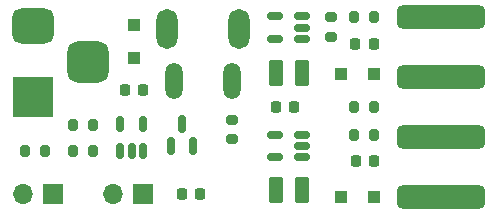
<source format=gbr>
%TF.GenerationSoftware,KiCad,Pcbnew,(6.0.2)*%
%TF.CreationDate,2022-09-06T11:12:12-04:00*%
%TF.ProjectId,PowerSupply,506f7765-7253-4757-9070-6c792e6b6963,rev?*%
%TF.SameCoordinates,Original*%
%TF.FileFunction,Soldermask,Top*%
%TF.FilePolarity,Negative*%
%FSLAX46Y46*%
G04 Gerber Fmt 4.6, Leading zero omitted, Abs format (unit mm)*
G04 Created by KiCad (PCBNEW (6.0.2)) date 2022-09-06 11:12:12*
%MOMM*%
%LPD*%
G01*
G04 APERTURE LIST*
G04 Aperture macros list*
%AMRoundRect*
0 Rectangle with rounded corners*
0 $1 Rounding radius*
0 $2 $3 $4 $5 $6 $7 $8 $9 X,Y pos of 4 corners*
0 Add a 4 corners polygon primitive as box body*
4,1,4,$2,$3,$4,$5,$6,$7,$8,$9,$2,$3,0*
0 Add four circle primitives for the rounded corners*
1,1,$1+$1,$2,$3*
1,1,$1+$1,$4,$5*
1,1,$1+$1,$6,$7*
1,1,$1+$1,$8,$9*
0 Add four rect primitives between the rounded corners*
20,1,$1+$1,$2,$3,$4,$5,0*
20,1,$1+$1,$4,$5,$6,$7,0*
20,1,$1+$1,$6,$7,$8,$9,0*
20,1,$1+$1,$8,$9,$2,$3,0*%
G04 Aperture macros list end*
%ADD10RoundRect,0.150000X0.512500X0.150000X-0.512500X0.150000X-0.512500X-0.150000X0.512500X-0.150000X0*%
%ADD11RoundRect,0.200000X0.200000X0.275000X-0.200000X0.275000X-0.200000X-0.275000X0.200000X-0.275000X0*%
%ADD12R,1.100000X1.100000*%
%ADD13RoundRect,0.250000X-0.375000X-0.850000X0.375000X-0.850000X0.375000X0.850000X-0.375000X0.850000X0*%
%ADD14RoundRect,0.200000X-0.200000X-0.275000X0.200000X-0.275000X0.200000X0.275000X-0.200000X0.275000X0*%
%ADD15RoundRect,0.150000X0.150000X-0.587500X0.150000X0.587500X-0.150000X0.587500X-0.150000X-0.587500X0*%
%ADD16RoundRect,0.500000X-3.250000X-0.500000X3.250000X-0.500000X3.250000X0.500000X-3.250000X0.500000X0*%
%ADD17RoundRect,0.225000X-0.225000X-0.250000X0.225000X-0.250000X0.225000X0.250000X-0.225000X0.250000X0*%
%ADD18RoundRect,0.225000X0.225000X0.250000X-0.225000X0.250000X-0.225000X-0.250000X0.225000X-0.250000X0*%
%ADD19R,1.700000X1.700000*%
%ADD20O,1.700000X1.700000*%
%ADD21RoundRect,0.200000X0.275000X-0.200000X0.275000X0.200000X-0.275000X0.200000X-0.275000X-0.200000X0*%
%ADD22RoundRect,0.200000X-0.275000X0.200000X-0.275000X-0.200000X0.275000X-0.200000X0.275000X0.200000X0*%
%ADD23RoundRect,0.150000X0.150000X-0.512500X0.150000X0.512500X-0.150000X0.512500X-0.150000X-0.512500X0*%
%ADD24R,3.500000X3.500000*%
%ADD25RoundRect,0.750000X-1.000000X0.750000X-1.000000X-0.750000X1.000000X-0.750000X1.000000X0.750000X0*%
%ADD26RoundRect,0.875000X-0.875000X0.875000X-0.875000X-0.875000X0.875000X-0.875000X0.875000X0.875000X0*%
%ADD27O,1.800000X3.400000*%
%ADD28O,1.450000X3.100000*%
G04 APERTURE END LIST*
D10*
%TO.C,U1*%
X166669300Y-70419000D03*
X166669300Y-69469000D03*
X166669300Y-68519000D03*
X164394300Y-68519000D03*
X164394300Y-70419000D03*
%TD*%
D11*
%TO.C,R3*%
X172732200Y-78562200D03*
X171082200Y-78562200D03*
%TD*%
%TO.C,R1*%
X172706800Y-68580000D03*
X171056800Y-68580000D03*
%TD*%
D12*
%TO.C,D4*%
X172723000Y-73406000D03*
X169923000Y-73406000D03*
%TD*%
%TO.C,D5*%
X172723000Y-83820000D03*
X169923000Y-83820000D03*
%TD*%
D13*
%TO.C,L1*%
X164456800Y-73355200D03*
X166606800Y-73355200D03*
%TD*%
D14*
%TO.C,R5*%
X143193000Y-79877488D03*
X144843000Y-79877488D03*
%TD*%
D15*
%TO.C,Q1*%
X155514000Y-79474300D03*
X157414000Y-79474300D03*
X156464000Y-77599300D03*
%TD*%
D13*
%TO.C,L2*%
X164456800Y-83261200D03*
X166606800Y-83261200D03*
%TD*%
D12*
%TO.C,D1*%
X152400000Y-69262800D03*
X152400000Y-72062800D03*
%TD*%
D14*
%TO.C,R8*%
X147257000Y-77724000D03*
X148907000Y-77724000D03*
%TD*%
D16*
%TO.C,J1*%
X178435000Y-68580000D03*
X178435000Y-73660000D03*
X178435000Y-78740000D03*
X178435000Y-83820000D03*
%TD*%
D17*
%TO.C,C1*%
X164401200Y-76200000D03*
X165951200Y-76200000D03*
%TD*%
D18*
%TO.C,C6*%
X172733000Y-80772000D03*
X171183000Y-80772000D03*
%TD*%
%TO.C,C3*%
X158014005Y-83566000D03*
X156464005Y-83566000D03*
%TD*%
D19*
%TO.C,BT1*%
X153162000Y-83566000D03*
D20*
X150622000Y-83566000D03*
%TD*%
D19*
%TO.C,D3*%
X145542000Y-83566000D03*
D20*
X143002000Y-83566000D03*
%TD*%
D18*
%TO.C,C5*%
X172707600Y-70840600D03*
X171157600Y-70840600D03*
%TD*%
D21*
%TO.C,R6*%
X160719008Y-78930000D03*
X160719008Y-77280000D03*
%TD*%
D10*
%TO.C,U2*%
X166669300Y-80452000D03*
X166669300Y-79502000D03*
X166669300Y-78552000D03*
X164394300Y-78552000D03*
X164394300Y-80452000D03*
%TD*%
D18*
%TO.C,C4*%
X153175000Y-74777600D03*
X151625000Y-74777600D03*
%TD*%
D11*
%TO.C,R7*%
X148907000Y-79877488D03*
X147257000Y-79877488D03*
%TD*%
D22*
%TO.C,R2*%
X169062400Y-68593200D03*
X169062400Y-70243200D03*
%TD*%
D23*
%TO.C,IC1*%
X151261989Y-79877500D03*
X152211989Y-79877500D03*
X153161989Y-79877500D03*
X153161989Y-77602500D03*
X151261989Y-77602500D03*
%TD*%
D14*
%TO.C,R4*%
X171082200Y-76184608D03*
X172732200Y-76184608D03*
%TD*%
D24*
%TO.C,J2*%
X143822496Y-75341988D03*
D25*
X143822496Y-69341988D03*
D26*
X148522496Y-72341988D03*
%TD*%
D27*
%TO.C,SW1*%
X155194000Y-69596000D03*
X161294000Y-69596000D03*
D28*
X160719000Y-73996000D03*
X155769000Y-73996000D03*
%TD*%
M02*

</source>
